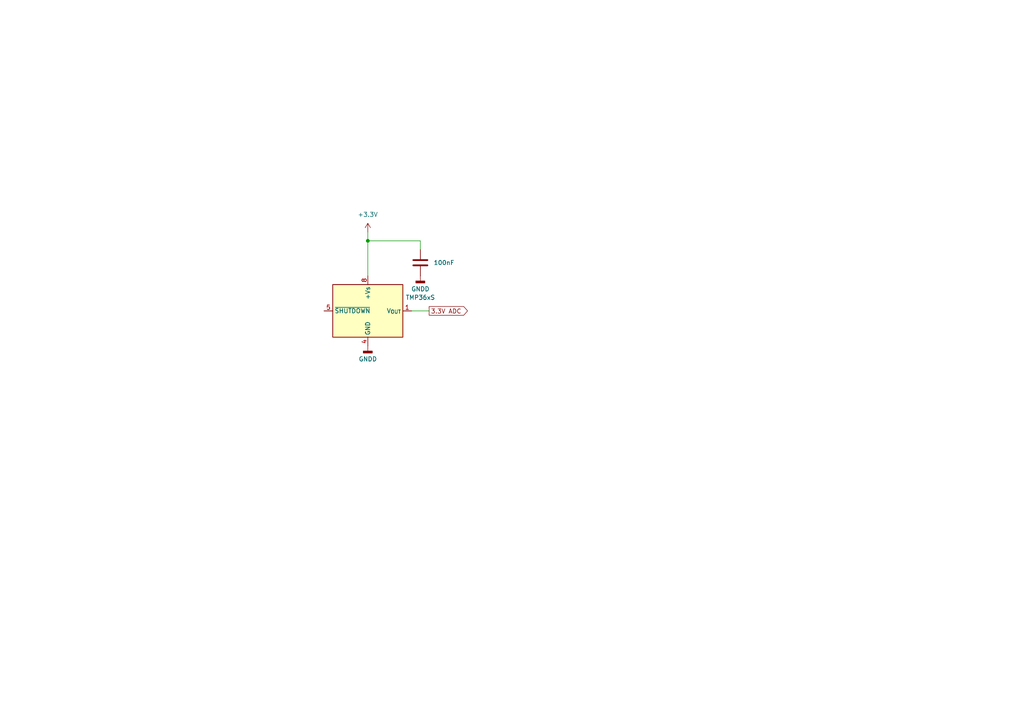
<source format=kicad_sch>
(kicad_sch (version 20250114) (generator "eeschema") (generator_version "9.0")
  (paper "A4")
  (lib_symbols
    (symbol "Device:C" (pin_numbers (hide yes)) (pin_names (offset 0.254))
      (property "Reference" "C" (at 0.635 2.54 0))
      (property "Value" "C" (at 0.635 -2.54 0))
      (symbol "C_0_1"
        (polyline (pts (xy -2.032 0.762) (xy 2.032 0.762)) (stroke (width 0.508)))
        (polyline (pts (xy -2.032 -0.762) (xy 2.032 -0.762)) (stroke (width 0.508)))
      )
      (symbol "C_1_1"
        (pin passive line (at 0 3.81 270) (length 2.794) (name "~") (number "1"))
        (pin passive line (at 0 -3.81 90) (length 2.794) (name "~") (number "2"))
      )
    )
    (symbol "Sensor_Temperature:TMP36xS"
      (property "Reference" "U" (at -8.89 8.89 0))
      (property "Value" "TMP36xS" (at 6.35 -8.89 0))
      (symbol "TMP36xS_0_1"
        (rectangle (start -10.16 7.62) (end 10.16 -7.62) (stroke (width 0.254)) (fill (type background)))
      )
      (symbol "TMP36xS_1_1"
        (pin input line (at -12.7 0 0) (length 2.54) (name "~{SHUTDOWN}") (number "5"))
        (pin power_in line (at 0 10.16 270) (length 2.54) (name "+Vs") (number "8"))
        (pin power_in line (at 0 -10.16 90) (length 2.54) (name "GND") (number "4"))
        (pin output line (at 12.7 0 180) (length 2.54) (name "V_{OUT}") (number "1"))
      )
    )
    (symbol "power:+3.3V" (power) (pin_numbers (hide yes)) (pin_names (offset 0) (hide yes))
      (property "Value" "+3.3V" (at 0 3.556 0))
      (symbol "+3.3V_0_1"
        (polyline (pts (xy -0.762 1.27) (xy 0 2.54)))
        (polyline (pts (xy 0 2.54) (xy 0.762 1.27)))
        (polyline (pts (xy 0 0) (xy 0 2.54)))
      )
      (symbol "+3.3V_1_1"
        (pin power_in line (at 0 0 90) (length 0) (name "~") (number "1"))
      )
    )
    (symbol "power:GNDD" (power) (pin_numbers (hide yes)) (pin_names (offset 0) (hide yes))
      (property "Value" "GNDD" (at 0 -3.175 0))
      (symbol "GNDD_0_1"
        (rectangle (start -1.27 -1.524) (end 1.27 -2.032) (stroke (width 0.254)) (fill (type outline)))
        (polyline (pts (xy 0 0) (xy 0 -1.524)))
      )
      (symbol "GNDD_1_1"
        (pin power_in line (at 0 0 270) (length 0) (name "~") (number "1"))
      )
    )
  )
  (junction (at 106.68 69.85))
  (wire (pts (xy 119.38 90.17) (xy 124.46 90.17)))
  (wire (pts (xy 106.68 69.85) (xy 106.68 80.01)))
  (wire (pts (xy 106.68 69.85) (xy 121.92 69.85)))
  (wire (pts (xy 121.92 72.39) (xy 121.92 69.85)))
  (wire (pts (xy 106.68 67.31) (xy 106.68 69.85)))
  (global_label "3.3V ADC" (shape output) (at 124.46 90.17 0) (property "Intersheetrefs" "${INTERSHEET_REFS}" (effects (hide yes))))
  (symbol (lib_id "Device:C") (at 121.92 76.2 180) (unit 1)
    (property "Reference" "C1" (effects (hide yes)))
    (property "Value" "100nF" (at 125.73 76.1999 0) (effects (justify right)))
    (property "Description" "Unpolarized capacitor" (effects (hide yes)))
  )
  (symbol (lib_id "power:GNDD") (at 106.68 100.33 0) (unit 1)
    (property "Reference" "#PWR02" (effects (hide yes)))
    (property "Value" "GNDD" (at 106.68 104.14 0))
    (property "Description" "Power symbol creates a global label with name \"GNDD\" , digital ground" (effects (hide yes)))
  )
  (symbol (lib_id "Sensor_Temperature:TMP36xS") (at 106.68 90.17 0) (unit 1)
    (property "Reference" "U2" (effects (hide yes)))
    (property "Value" "TMP36xS" (at 121.92 86.2898 0))
    (property "Footprint" "Package_SO:SOIC-8_3.9x4.9mm_P1.27mm" (effects (hide yes)))
    (property "Datasheet" "https://www.analog.com/media/en/technical-documentation/data-sheets/TMP35_36_37.pdf" (effects (hide yes)))
    (property "Description" "Low Voltage Temperature Sensor, SOIC-8" (effects (hide yes)))
  )
  (symbol (lib_id "power:GNDD") (at 121.92 80.01 0) (unit 1)
    (property "Reference" "#PWR06" (effects (hide yes)))
    (property "Value" "GNDD" (at 121.92 83.82 0))
    (property "Description" "Power symbol creates a global label with name \"GNDD\" , digital ground" (effects (hide yes)))
  )
  (symbol (lib_id "power:+3.3V") (at 106.68 67.31 0) (unit 1)
    (property "Reference" "#PWR01" (effects (hide yes)))
    (property "Value" "+3.3V" (at 106.68 62.23 0))
    (property "Description" "Power symbol creates a global label with name \"+3.3V\"" (effects (hide yes)))
  )
)
</source>
